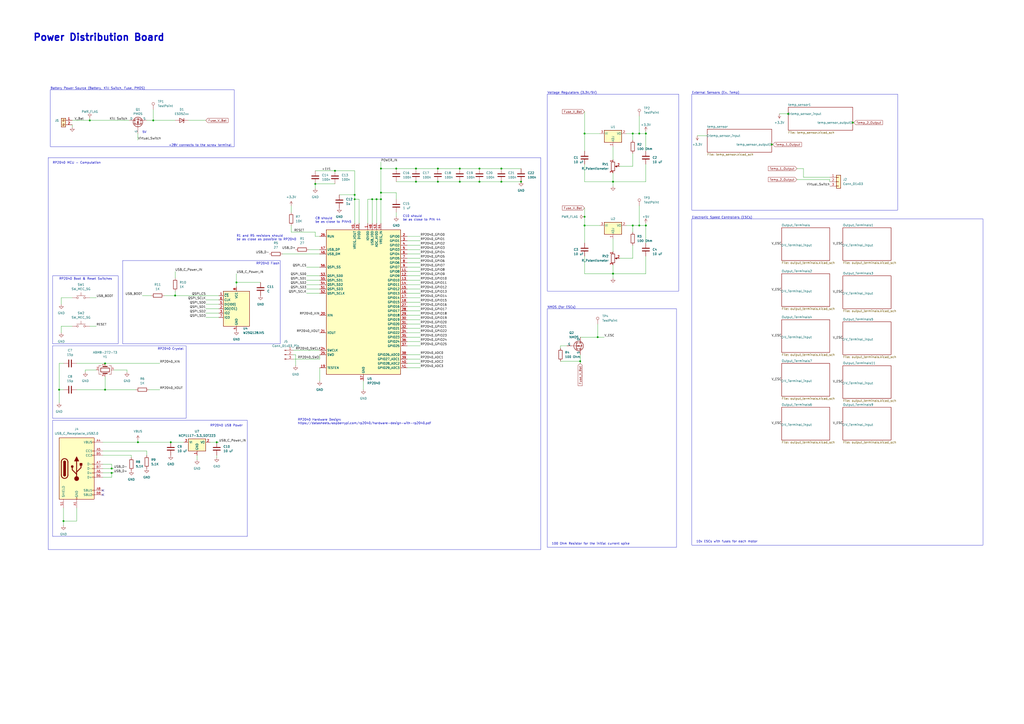
<source format=kicad_sch>
(kicad_sch (version 20230121) (generator eeschema)
  (paper "A2")
  (title_block (title "Power Distribution Board") (date "2024-01-15") (rev "0.3") (company "Underwater Robotics at Berkeley"))
  (junction (at 302.26 105.41))
  (junction (at 457.2 66.04))
  (junction (at 125.73 256.54))
  (junction (at 278.13 105.41))
  (junction (at 52.07 69.85))
  (junction (at 367.03 130.81))
  (junction (at 266.7 97.79))
  (junction (at 367.03 77.47))
  (junction (at 101.6 171.45))
  (junction (at 99.06 256.54))
  (junction (at 355.6 105.41))
  (junction (at 241.3 97.79))
  (junction (at 254 105.41))
  (junction (at 205.74 115.57))
  (junction (at 336.55 209.55))
  (junction (at 34.29 226.06))
  (junction (at 339.09 125.73))
  (junction (at 370.84 77.47))
  (junction (at 220.98 111.76))
  (junction (at 137.16 163.83))
  (junction (at 374.65 130.81))
  (junction (at 355.6 158.75))
  (junction (at 220.98 115.57))
  (junction (at 229.87 97.79))
  (junction (at 346.71 195.58))
  (junction (at 60.96 210.82))
  (junction (at 339.09 130.81))
  (junction (at 36.83 302.26))
  (junction (at 205.74 113.03))
  (junction (at 447.675 83.82))
  (junction (at 220.98 97.79))
  (junction (at 370.84 130.81))
  (junction (at 254 97.79))
  (junction (at 182.88 106.68))
  (junction (at 494.665 71.12))
  (junction (at 290.83 97.79))
  (junction (at 278.13 97.79))
  (junction (at 80.01 256.54))
  (junction (at 218.44 115.57))
  (junction (at 60.96 226.06))
  (junction (at 88.9 69.85))
  (junction (at 64.77 274.32))
  (junction (at 64.77 271.78))
  (junction (at 339.09 77.47))
  (junction (at 215.9 115.57))
  (junction (at 290.83 105.41))
  (junction (at 374.65 77.47))
  (junction (at 241.3 105.41))
  (junction (at 266.7 105.41))
  (junction (at 194.31 99.06))
  (no_connect (at 59.69 284.48))
  (no_connect (at 59.69 287.02))
  (polyline (pts (xy 30.48 200.66) (xy 30.48 242.57)))
  (wire (pts (xy 355.6 100.33) (xy 355.6 105.41)))
  (wire (pts (xy 236.22 213.36) (xy 243.84 213.36)))
  (wire (pts (xy 109.22 69.85) (xy 119.38 69.85)))
  (wire (pts (xy 290.83 97.79) (xy 302.26 97.79)))
  (wire (pts (xy 205.74 99.06) (xy 205.74 113.03)))
  (wire (pts (xy 170.18 203.2) (xy 185.42 203.2)))
  (wire (pts (xy 185.42 208.28) (xy 185.42 205.74)))
  (wire (pts (xy 177.8 160.02) (xy 185.42 160.02)))
  (wire (pts (xy 171.45 205.74) (xy 171.45 212.09)))
  (wire (pts (xy 36.83 302.26) (xy 44.45 302.26)))
  (wire (pts (xy 215.9 115.57) (xy 215.9 129.54)))
  (wire (pts (xy 88.9 69.85) (xy 85.09 69.85)))
  (wire (pts (xy 208.28 115.57) (xy 205.74 115.57)))
  (wire (pts (xy 339.09 77.47) (xy 347.98 77.47)))
  (wire (pts (xy 64.77 269.24) (xy 64.77 271.78)))
  (wire (pts (xy 339.09 105.41) (xy 355.6 105.41)))
  (wire (pts (xy 336.55 195.58) (xy 346.71 195.58)))
  (wire (pts (xy 220.98 115.57) (xy 220.98 111.76)))
  (wire (pts (xy 367.03 81.28) (xy 367.03 77.47)))
  (wire (pts (xy 59.69 264.16) (xy 76.2 264.16)))
  (wire (pts (xy 374.65 130.81) (xy 374.65 140.97)))
  (wire (pts (xy 355.6 158.75) (xy 355.6 161.29)))
  (wire (pts (xy 168.91 134.62) (xy 182.88 134.62)))
  (wire (pts (xy 52.07 68.58) (xy 52.07 69.85)))
  (wire (pts (xy 494.03 71.12) (xy 494.665 71.12)))
  (wire (pts (xy 339.09 130.81) (xy 339.09 140.97)))
  (wire (pts (xy 59.69 269.24) (xy 64.77 269.24)))
  (wire (pts (xy 119.38 181.61) (xy 127 181.61)))
  (wire (pts (xy 59.69 274.32) (xy 64.77 274.32)))
  (wire (pts (xy 236.22 187.96) (xy 243.84 187.96)))
  (wire (pts (xy 236.22 195.58) (xy 243.84 195.58)))
  (wire (pts (xy 236.22 172.72) (xy 243.84 172.72)))
  (wire (pts (xy 59.69 256.54) (xy 80.01 256.54)))
  (wire (pts (xy 355.6 153.67) (xy 355.6 158.75)))
  (wire (pts (xy 177.8 165.1) (xy 185.42 165.1)))
  (wire (pts (xy 346.71 187.96) (xy 346.71 195.58)))
  (wire (pts (xy 370.84 119.38) (xy 370.84 130.81)))
  (wire (pts (xy 101.6 168.91) (xy 101.6 171.45)))
  (wire (pts (xy 35.56 189.23) (xy 41.91 189.23)))
  (wire (pts (xy 80.01 256.54) (xy 99.06 256.54)))
  (wire (pts (xy 210.82 220.98) (xy 210.82 226.06)))
  (wire (pts (xy 367.03 77.47) (xy 370.84 77.47)))
  (wire (pts (xy 236.22 149.86) (xy 243.84 149.86)))
  (wire (pts (xy 236.22 162.56) (xy 243.84 162.56)))
  (wire (pts (xy 325.12 200.66) (xy 328.93 200.66)))
  (wire (pts (xy 236.22 167.64) (xy 243.84 167.64)))
  (wire (pts (xy 208.28 129.54) (xy 208.28 115.57)))
  (wire (pts (xy 218.44 115.57) (xy 215.9 115.57)))
  (wire (pts (xy 236.22 152.4) (xy 243.84 152.4)))
  (wire (pts (xy 266.7 105.41) (xy 278.13 105.41)))
  (wire (pts (xy 254 97.79) (xy 266.7 97.79)))
  (wire (pts (xy 374.65 105.41) (xy 355.6 105.41)))
  (wire (pts (xy 95.25 171.45) (xy 101.6 171.45)))
  (wire (pts (xy 236.22 208.28) (xy 243.84 208.28)))
  (wire (pts (xy 229.87 123.19) (xy 229.87 125.73)))
  (wire (pts (xy 137.16 158.75) (xy 137.16 163.83)))
  (wire (pts (xy 119.38 179.07) (xy 127 179.07)))
  (wire (pts (xy 59.69 261.62) (xy 85.09 261.62)))
  (wire (pts (xy 374.65 77.47) (xy 374.65 87.63)))
  (wire (pts (xy 236.22 154.94) (xy 243.84 154.94)))
  (wire (pts (xy 236.22 182.88) (xy 243.84 182.88)))
  (wire (pts (xy 220.98 93.98) (xy 220.98 97.79)))
  (wire (pts (xy 229.87 105.41) (xy 241.3 105.41)))
  (wire (pts (xy 80.01 255.27) (xy 80.01 256.54)))
  (wire (pts (xy 336.55 209.55) (xy 336.55 205.74)))
  (wire (pts (xy 101.6 157.48) (xy 101.6 161.29)))
  (wire (pts (xy 121.92 256.54) (xy 125.73 256.54)))
  (wire (pts (xy 339.09 130.81) (xy 347.98 130.81)))
  (wire (pts (xy 367.03 149.86) (xy 367.03 142.24)))
  (wire (pts (xy 355.6 85.09) (xy 355.6 92.71)))
  (wire (pts (xy 355.6 105.41) (xy 355.6 107.95)))
  (wire (pts (xy 85.09 261.62) (xy 85.09 264.16)))
  (wire (pts (xy 41.91 69.85) (xy 52.07 69.85)))
  (wire (pts (xy 80.01 81.28) (xy 80.01 77.47)))
  (wire (pts (xy 52.07 172.72) (xy 55.88 172.72)))
  (wire (pts (xy 339.09 158.75) (xy 355.6 158.75)))
  (wire (pts (xy 55.88 214.63) (xy 49.53 214.63)))
  (wire (pts (xy 177.8 167.64) (xy 185.42 167.64)))
  (wire (pts (xy 35.56 172.72) (xy 41.91 172.72)))
  (wire (pts (xy 236.22 193.04) (xy 243.84 193.04)))
  (wire (pts (xy 462.28 104.14) (xy 481.33 104.14)))
  (wire (pts (xy 66.04 214.63) (xy 73.66 214.63)))
  (wire (pts (xy 76.2 264.16) (xy 76.2 265.43)))
  (wire (pts (xy 367.03 134.62) (xy 367.03 130.81)))
  (wire (pts (xy 447.04 83.82) (xy 447.675 83.82)))
  (wire (pts (xy 44.45 226.06) (xy 60.96 226.06)))
  (wire (pts (xy 177.8 162.56) (xy 185.42 162.56)))
  (wire (pts (xy 374.65 76.2) (xy 374.65 77.47)))
  (wire (pts (xy 179.07 144.78) (xy 185.42 144.78)))
  (wire (pts (xy 374.65 95.25) (xy 374.65 105.41)))
  (wire (pts (xy 339.09 95.25) (xy 339.09 105.41)))
  (wire (pts (xy 220.98 97.79) (xy 229.87 97.79)))
  (wire (pts (xy 236.22 165.1) (xy 243.84 165.1)))
  (wire (pts (xy 168.91 119.38) (xy 168.91 123.19)))
  (wire (pts (xy 119.38 184.15) (xy 127 184.15)))
  (wire (pts (xy 236.22 200.66) (xy 243.84 200.66)))
  (wire (pts (xy 236.22 157.48) (xy 243.84 157.48)))
  (wire (pts (xy 205.74 115.57) (xy 205.74 129.54)))
  (wire (pts (xy 34.29 226.06) (xy 36.83 226.06)))
  (wire (pts (xy 218.44 129.54) (xy 218.44 115.57)))
  (wire (pts (xy 325.12 200.66) (xy 325.12 201.93)))
  (wire (pts (xy 359.41 96.52) (xy 367.03 96.52)))
  (wire (pts (xy 236.22 144.78) (xy 243.84 144.78)))
  (wire (pts (xy 114.3 266.7) (xy 114.3 264.16)))
  (wire (pts (xy 374.65 129.54) (xy 374.65 130.81)))
  (wire (pts (xy 336.55 210.82) (xy 336.55 209.55)))
  (wire (pts (xy 213.36 129.54) (xy 213.36 115.57)))
  (wire (pts (xy 367.03 130.81) (xy 370.84 130.81)))
  (wire (pts (xy 254 105.41) (xy 266.7 105.41)))
  (wire (pts (xy 370.84 130.81) (xy 374.65 130.81)))
  (wire (pts (xy 236.22 137.16) (xy 243.84 137.16)))
  (wire (pts (xy 177.8 154.94) (xy 185.42 154.94)))
  (wire (pts (xy 60.96 210.82) (xy 92.71 210.82)))
  (wire (pts (xy 339.09 120.65) (xy 339.09 125.73)))
  (wire (pts (xy 41.91 73.66) (xy 41.91 72.39)))
  (wire (pts (xy 236.22 142.24) (xy 243.84 142.24)))
  (wire (pts (xy 236.22 170.18) (xy 243.84 170.18)))
  (wire (pts (xy 101.6 171.45) (xy 127 171.45)))
  (wire (pts (xy 163.83 147.32) (xy 185.42 147.32)))
  (wire (pts (xy 447.675 83.82) (xy 448.31 83.82)))
  (wire (pts (xy 236.22 198.12) (xy 243.84 198.12)))
  (wire (pts (xy 52.07 189.23) (xy 55.88 189.23)))
  (wire (pts (xy 241.3 97.79) (xy 254 97.79)))
  (wire (pts (xy 359.41 149.86) (xy 367.03 149.86)))
  (wire (pts (xy 404.495 78.74) (xy 410.21 78.74)))
  (wire (pts (xy 374.65 158.75) (xy 355.6 158.75)))
  (wire (pts (xy 236.22 160.02) (xy 243.84 160.02)))
  (wire (pts (xy 205.74 113.03) (xy 205.74 115.57)))
  (polyline (pts (xy 107.95 200.66) (xy 107.95 242.57)))
  (wire (pts (xy 374.65 148.59) (xy 374.65 158.75)))
  (wire (pts (xy 370.84 77.47) (xy 374.65 77.47)))
  (wire (pts (xy 494.665 71.12) (xy 495.3 71.12)))
  (wire (pts (xy 36.83 302.26) (xy 36.83 304.8)))
  (wire (pts (xy 236.22 147.32) (xy 243.84 147.32)))
  (wire (pts (xy 73.66 214.63) (xy 73.66 215.9)))
  (wire (pts (xy 64.77 274.32) (xy 64.77 276.86)))
  (wire (pts (xy 182.88 99.06) (xy 194.31 99.06)))
  (wire (pts (xy 236.22 177.8) (xy 243.84 177.8)))
  (wire (pts (xy 182.88 106.68) (xy 182.88 109.22)))
  (wire (pts (xy 220.98 115.57) (xy 218.44 115.57)))
  (wire (pts (xy 325.12 209.55) (xy 336.55 209.55)))
  (wire (pts (xy 52.07 69.85) (xy 74.93 69.85)))
  (wire (pts (xy 466.09 97.79) (xy 466.09 102.87)))
  (wire (pts (xy 182.88 137.16) (xy 182.88 134.62)))
  (wire (pts (xy 220.98 111.76) (xy 229.87 111.76)))
  (wire (pts (xy 452.12 66.04) (xy 457.2 66.04)))
  (wire (pts (xy 462.28 97.79) (xy 466.09 97.79)))
  (wire (pts (xy 137.16 163.83) (xy 151.13 163.83)))
  (wire (pts (xy 99.06 256.54) (xy 106.68 256.54)))
  (wire (pts (xy 220.98 129.54) (xy 220.98 115.57)))
  (wire (pts (xy 35.56 172.72) (xy 35.56 176.53)))
  (wire (pts (xy 119.38 173.99) (xy 127 173.99)))
  (wire (pts (xy 88.9 63.5) (xy 88.9 69.85)))
  (wire (pts (xy 236.22 210.82) (xy 243.84 210.82)))
  (wire (pts (xy 236.22 190.5) (xy 243.84 190.5)))
  (wire (pts (xy 137.16 163.83) (xy 137.16 166.37)))
  (wire (pts (xy 49.53 214.63) (xy 49.53 215.9)))
  (wire (pts (xy 182.88 106.68) (xy 194.31 106.68)))
  (wire (pts (xy 290.83 105.41) (xy 302.26 105.41)))
  (wire (pts (xy 44.45 210.82) (xy 60.96 210.82)))
  (wire (pts (xy 196.85 113.03) (xy 205.74 113.03)))
  (wire (pts (xy 119.38 176.53) (xy 127 176.53)))
  (wire (pts (xy 278.13 97.79) (xy 290.83 97.79)))
  (wire (pts (xy 168.91 130.81) (xy 168.91 134.62)))
  (wire (pts (xy 266.7 97.79) (xy 278.13 97.79)))
  (wire (pts (xy 363.22 130.81) (xy 367.03 130.81)))
  (wire (pts (xy 44.45 302.26) (xy 44.45 294.64)))
  (wire (pts (xy 194.31 99.06) (xy 205.74 99.06)))
  (wire (pts (xy 86.36 226.06) (xy 92.71 226.06)))
  (wire (pts (xy 229.87 97.79) (xy 241.3 97.79)))
  (wire (pts (xy 278.13 105.41) (xy 290.83 105.41)))
  (wire (pts (xy 170.18 208.28) (xy 185.42 208.28)))
  (wire (pts (xy 339.09 148.59) (xy 339.09 158.75)))
  (polyline (pts (xy 107.95 242.57) (xy 30.48 242.57)))
  (wire (pts (xy 88.9 69.85) (xy 101.6 69.85)))
  (wire (pts (xy 36.83 210.82) (xy 34.29 210.82)))
  (wire (pts (xy 236.22 180.34) (xy 243.84 180.34)))
  (wire (pts (xy 60.96 226.06) (xy 78.74 226.06)))
  (wire (pts (xy 355.6 138.43) (xy 355.6 146.05)))
  (wire (pts (xy 64.77 271.78) (xy 66.04 271.78)))
  (wire (pts (xy 185.42 213.36) (xy 185.42 220.98)))
  (wire (pts (xy 236.22 139.7) (xy 243.84 139.7)))
  (wire (pts (xy 339.09 77.47) (xy 339.09 87.63)))
  (wire (pts (xy 457.2 66.04) (xy 457.835 66.04)))
  (wire (pts (xy 236.22 175.26) (xy 243.84 175.26)))
  (wire (pts (xy 34.29 210.82) (xy 34.29 226.06)))
  (wire (pts (xy 346.71 195.58) (xy 350.52 195.58)))
  (wire (pts (xy 36.83 294.64) (xy 36.83 302.26)))
  (wire (pts (xy 185.42 137.16) (xy 182.88 137.16)))
  (wire (pts (xy 60.96 218.44) (xy 60.96 226.06)))
  (wire (pts (xy 466.09 102.87) (xy 481.33 102.87)))
  (wire (pts (xy 34.29 226.06) (xy 34.29 233.68)))
  (wire (pts (xy 213.36 115.57) (xy 215.9 115.57)))
  (wire (pts (xy 82.55 171.45) (xy 87.63 171.45)))
  (wire (pts (xy 125.73 256.54) (xy 127 256.54)))
  (wire (pts (xy 241.3 105.41) (xy 254 105.41)))
  (wire (pts (xy 236.22 205.74) (xy 243.84 205.74)))
  (wire (pts (xy 220.98 97.79) (xy 220.98 111.76)))
  (wire (pts (xy 363.22 77.47) (xy 367.03 77.47)))
  (wire (pts (xy 125.73 265.43) (xy 125.73 264.16)))
  (wire (pts (xy 370.84 67.31) (xy 370.84 77.47)))
  (wire (pts (xy 229.87 111.76) (xy 229.87 115.57)))
  (wire (pts (xy 367.03 96.52) (xy 367.03 88.9)))
  (wire (pts (xy 481.33 104.14) (xy 481.33 105.41)))
  (wire (pts (xy 177.8 170.18) (xy 185.42 170.18)))
  (wire (pts (xy 64.77 274.32) (xy 66.04 274.32)))
  (wire (pts (xy 35.56 189.23) (xy 35.56 193.04)))
  (wire (pts (xy 170.18 205.74) (xy 171.45 205.74)))
  (wire (pts (xy 64.77 271.78) (xy 59.69 271.78)))
  (wire (pts (xy 339.09 64.77) (xy 339.09 77.47)))
  (wire (pts (xy 236.22 185.42) (xy 243.84 185.42)))
  (wire (pts (xy 339.09 125.73) (xy 339.09 130.81)))
  (polyline (pts (xy 30.48 200.66) (xy 107.95 200.66)))
  (wire (pts (xy 59.69 276.86) (xy 64.77 276.86)))
  (rectangle (start 317.5 54.61) (end 393.7 168.91))
  (rectangle (start 317.5 179.07) (end 392.43 317.5))
  (rectangle (start 401.32 54.61) (end 520.7 121.92))
  (rectangle (start 71.12 151.13) (end 162.56 199.39))
  (rectangle (start 30.48 160.02) (end 68.58 199.39))
  (rectangle (start 29.21 52.07) (end 135.89 85.09))
  (rectangle (start 30.48 243.84) (end 143.51 311.15))
  (rectangle (start 27.94 91.44) (end 313.69 318.77))
  (rectangle (start 401.32 127) (end 570.23 316.23))
  (text "Battery Power Source (Battery, Kill Switch, Fuse, PMOS)" (at 29.21 52.07 0) (effects (font (size 1.27 1.27)) (justify left bottom)))
  (text "Electronic Speed Controllers (ESCs)" (at 401.32 127 0) (effects (font (size 1.27 1.27)) (justify left bottom)))
  (text "RP2040 Boot & Reset Switches\n" (at 34.29 162.56 0) (effects (font (size 1.27 1.27)) (justify left bottom)))
  (text "RP2040 USB Power\n" (at 121.92 247.65 0) (effects (font (size 1.27 1.27)) (justify left bottom)))
  (text "RP2040 Hardware Design: \nhttps://datasheets.raspberrypi.com/rp2040/hardware-design-with-rp2040.pdf" (at 172.72 246.38 0) (effects (font (size 1.27 1.27)) (justify left bottom)))
  (text "5V\n" (at 82.55 77.47 0) (effects (font (size 1.27 1.27)) (justify left bottom)))
  (text "NMOS (for ESCs)" (at 317.5 179.07 0) (effects (font (size 1.27 1.27)) (justify left bottom)))
  (text "10x ESCs with fuses for each motor" (at 403.86 314.96 0) (effects (font (size 1.27 1.27)) (justify left bottom)))
  (text "Voltage Regulators (3.3V/5V)" (at 317.5 54.61 0) (effects (font (size 1.27 1.27)) (justify left bottom)))
  (text "C10 should \nbe as close to PIN 44\n" (at 233.68 128.27 0) (effects (font (size 1.27 1.27)) (justify left bottom)))
  (text "+28V connects to the screw terminal" (at 97.79 85.09 0) (effects (font (size 1.27 1.27)) (justify left bottom)))
  (text "RP2040 Crystal\n" (at 91.44 203.2 0) (effects (font (size 1.27 1.27)) (justify left bottom)))
  (text "RP2040 MCU - Computation\n" (at 30.48 95.25 0) (effects (font (size 1.27 1.27)) (justify left bottom)))
  (text "RP2040 Flash\n" (at 148.59 153.67 0) (effects (font (size 1.27 1.27)) (justify left bottom)))
  (text "R1 and R5 resistors should \nbe as close as possible to RP2040\n" (at 137.16 139.7 0) (effects (font (size 1.27 1.27)) (justify left bottom)))
  (text "Power Distribution Board" (at 19.05 24.13 0) (effects (font (size 4 4) (thickness 0.8) bold) (justify left bottom)))
  (text "100 Ohm Resistor for the initial current spike\n" (at 320.04 316.23 0) (effects (font (size 1.27 1.27)) (justify left bottom)))
  (text "External Sensors (Ex. Temp)" (at 401.32 54.61 0) (effects (font (size 1.27 1.27)) (justify left bottom)))
  (text "C8 should \nbe as close to PIN45\n" (at 182.88 129.54 0) (effects (font (size 1.27 1.27)) (justify left bottom)))
  (label "RP2040_GPIO13" (at 243.84 170.18 0))
  (label "RP2040_GPIO20" (at 243.84 187.96 0))
  (label "V_ESC" (at 453.39 246.38 180))
  (label "V_ESC" (at 488.95 142.24 180))
  (label "RP2040_SWCLK" (at 171.45 203.2 0))
  (label "USB_C_Power_IN" (at 127 256.54 0))
  (label "RP2040_GPIO4" (at 243.84 147.32 0))
  (label "QSPI_CS" (at 119.38 171.45 180))
  (label "RP2040_GPIO24" (at 243.84 198.12 0))
  (label "V_ESC" (at 453.39 142.24 180))
  (label "RP2040_GPIO25" (at 243.84 200.66 0))
  (label "RP2040_ADC1" (at 243.84 208.28 0))
  (label "V_ESC" (at 488.95 196.85 180))
  (label "QSPI_SD2" (at 119.38 181.61 180))
  (label "QSPI_SCLK" (at 177.8 170.18 180))
  (label "USB_D-" (at 156.21 147.32 180))
  (label "RP2040_XIN" (at 185.42 182.88 180))
  (label "USB_C_Power_IN" (at 101.6 157.48 0))
  (label "RP2040_GPIO15" (at 243.84 175.26 0))
  (label "RP2040_GPIO19" (at 243.84 185.42 0))
  (label "RP2040_GPIO23" (at 243.84 195.58 0))
  (label "USB_D+" (at 171.45 144.78 180))
  (label "RP2040_GPIO10" (at 243.84 162.56 0))
  (label "V_ESC" (at 453.39 168.91 180))
  (label "Kill Switch" (at 63.5 69.85 0))
  (label "RP2040_GPIO14" (at 243.84 172.72 0))
  (label "RP2040_XIN" (at 92.71 210.82 0))
  (label "RP2040_GPIO17" (at 243.84 180.34 0))
  (label "USB_BOOT" (at 55.88 172.72 0))
  (label "RESET" (at 176.53 134.62 180))
  (label "RP2040_GPIO6" (at 243.84 152.4 0))
  (label "RP2040_ADC0" (at 243.84 205.74 0))
  (label "+1V1" (at 186.69 99.06 0))
  (label "RP2040_GPIO9" (at 243.84 160.02 0))
  (label "POWER_IN" (at 220.98 93.98 0))
  (label "RP2040_GPIO2" (at 243.84 142.24 0))
  (label "USB_BOOT" (at 82.55 171.45 180))
  (label "V_ESC" (at 350.52 195.58 0))
  (label "RP2040_GPIO22" (at 243.84 193.04 0))
  (label "RP2040_ADC3" (at 243.84 213.36 0))
  (label "V_ESC" (at 488.95 170.18 180))
  (label "RP2040_XOUT" (at 185.42 193.04 180))
  (label "RESET" (at 55.88 189.23 0))
  (label "USB_D+" (at 66.04 274.32 0))
  (label "QSPI_SD0" (at 119.38 176.53 180))
  (label "RP2040_GPIO5" (at 243.84 149.86 0))
  (label "Virtual_Switch" (at 481.33 107.95 180))
  (label "RP2040_SWD" (at 172.72 208.28 0))
  (label "USB_C_Power_IN" (at 137.16 158.75 0))
  (label "RP2040_ADC2" (at 243.84 210.82 0))
  (label "QSPI_CS" (at 177.8 154.94 180))
  (label "QSPI_SD3" (at 177.8 167.64 180))
  (label "V_Bat" (at 43.18 69.85 0))
  (label "QSPI_SD0" (at 177.8 160.02 180))
  (label "QSPI_SD3" (at 119.38 184.15 180))
  (label "RP2040_GPIO11" (at 243.84 165.1 0))
  (label "Virtual_Switch" (at 80.01 81.28 0))
  (label "V_ESC" (at 453.39 195.58 180))
  (label "RP2040_GPIO0" (at 243.84 137.16 0))
  (label "V_ESC" (at 453.39 220.98 180))
  (label "V_ESC" (at 488.95 222.25 180))
  (label "RP2040_GPIO12" (at 243.84 167.64 0))
  (label "QSPI_SD1" (at 177.8 162.56 180))
  (label "V_ESC" (at 488.95 246.38 180))
  (label "RP2040_GPIO16" (at 243.84 177.8 0))
  (label "RP2040_XOUT" (at 92.71 226.06 0))
  (label "RP2040_GPIO7" (at 243.84 154.94 0))
  (label "QSPI_SCLK" (at 119.38 173.99 180))
  (label "USB_D-" (at 66.04 271.78 0))
  (label "RP2040_GPIO18" (at 243.84 182.88 0))
  (label "QSPI_SD1" (at 119.38 179.07 180))
  (label "RP2040_GPIO3" (at 243.84 144.78 0))
  (label "RP2040_GPIO21" (at 243.84 190.5 0))
  (label "RP2040_GPIO8" (at 243.84 157.48 0))
  (label "QSPI_SD2" (at 177.8 165.1 180))
  (label "RP2040_GPIO1" (at 243.84 139.7 0))
  (global_label "Fuse_V_Bat" (shape input) (at 336.55 210.82 270) (property "Intersheetrefs" "${INTERSHEET_REFS}" (effects hide)))
  (global_label "Fuse_V_Bat" (shape input) (at 339.09 64.77 180) (property "Intersheetrefs" "${INTERSHEET_REFS}" (effects hide)))
  (global_label "Temp_2_Output" (shape input) (at 495.3 71.12 0) (property "Intersheetrefs" "${INTERSHEET_REFS}" (effects hide)))
  (global_label "Temp_1_Output" (shape input) (at 462.28 97.79 180) (property "Intersheetrefs" "${INTERSHEET_REFS}" (effects hide)))
  (global_label "Temp_2_Output" (shape input) (at 462.28 104.14 180) (property "Intersheetrefs" "${INTERSHEET_REFS}" (effects hide)))
  (global_label "Fuse_V_Bat" (shape input) (at 339.09 120.65 180) (property "Intersheetrefs" "${INTERSHEET_REFS}" (effects hide)))
  (global_label "Fuse_V_Bat" (shape input) (at 119.38 69.85 0) (property "Intersheetrefs" "${INTERSHEET_REFS}" (effects hide)))
  (global_label "Temp_1_Output" (shape input) (at 448.31 83.82 0) (property "Intersheetrefs" "${INTERSHEET_REFS}" (effects hide)))
  (symbol (lib_id "power:VBUS") (at 80.01 255.27 0) (unit 1)
    (property "Reference" "#PWR031" (effects hide))
    (property "Value" "VBUS" (at 80.01 250.19 0))
  )
  (symbol (lib_id "Device:R") (at 101.6 165.1 0) (unit 1)
    (property "Reference" "R10" (at 104.14 163.83 0) (effects (justify left)))
    (property "Value" "1K" (at 104.14 166.37 0) (effects (justify left)))
  )
  (symbol (lib_id "power:GND") (at 35.56 193.04 0) (unit 1)
    (property "Reference" "#PWR013" (effects hide))
    (property "Value" "GND" (at 35.56 198.12 0))
  )
  (symbol (lib_id "power:GND") (at 49.53 215.9 0) (unit 1)
    (property "Reference" "#PWR014" (effects hide))
    (property "Value" "GND" (at 49.53 220.98 0))
  )
  (symbol (lib_id "power:GND") (at 85.09 271.78 0) (unit 1)
    (property "Reference" "#PWR043" (effects hide))
    (property "Value" "GND" (at 85.09 276.86 0))
  )
  (symbol (lib_id "Simulation_SPICE:NMOS") (at 334.01 200.66 0) (unit 1)
    (property "Reference" "Q2" (at 330.2 193.04 0) (effects (justify left)))
    (property "Value" "NMOS" (at 330.2 195.58 0) (effects (justify left)))
    (property "Footprint" "Package_TO_SOT_SMD:TO-252-2" (effects hide))
    (property "Datasheet" "https://ngspice.sourceforge.io/docs/ngspice-manual.pdf" (effects hide))
    (property "Sim.Device" "NMOS" (effects hide))
    (property "Sim.Type" "VDMOS" (effects hide))
    (property "Sim.Pins" "1=D 2=G 3=S" (effects hide))
  )
  (symbol (lib_id "Device:C") (at 151.13 167.64 0) (unit 1)
    (property "Reference" "C11" (at 154.94 166.37 0) (effects (justify left)))
    (property "Value" "C" (at 154.94 168.91 0) (effects (justify left)))
  )
  (symbol (lib_id "Device:R") (at 175.26 144.78 90) (unit 1)
    (property "Reference" "R1" (at 175.26 138.43 90))
    (property "Value" "27" (at 175.26 140.97 90))
  )
  (symbol (lib_id "Device:C") (at 278.13 101.6 0) (unit 1)
    (property "Reference" "C20" (at 281.94 100.33 0) (effects (justify left)))
    (property "Value" "100n" (at 281.94 102.87 0) (effects (justify left)))
  )
  (symbol (lib_id "power:GND") (at 151.13 171.45 0) (unit 1)
    (property "Reference" "#PWR035" (effects hide))
    (property "Value" "GND" (at 151.13 176.53 0))
  )
  (symbol (lib_id "Switch:SW_MEC_5G") (at 46.99 189.23 0) (unit 1)
    (property "Reference" "SW2" (at 46.99 181.61 0))
    (property "Value" "SW_MEC_5G" (at 46.99 184.15 0))
    (property "Datasheet" "http://www.apem.com/int/index.php?controller=attachment&id_attachment=488" (effects hide))
  )
  (symbol (lib_id "power:GND") (at 196.85 120.65 0) (unit 1)
    (property "Reference" "#PWR037" (effects hide))
    (property "Value" "GND" (at 196.85 125.73 0))
  )
  (symbol (lib_id "Device:C") (at 241.3 101.6 0) (unit 1)
    (property "Reference" "C17" (at 245.11 100.33 0) (effects (justify left)))
    (property "Value" "100n" (at 245.11 102.87 0) (effects (justify left)))
  )
  (symbol (lib_id "Device:C") (at 266.7 101.6 0) (unit 1)
    (property "Reference" "C19" (at 270.51 100.33 0) (effects (justify left)))
    (property "Value" "100n" (at 270.51 102.87 0) (effects (justify left)))
  )
  (symbol (lib_id "power:+3.3V") (at 374.65 76.2 0) (unit 1)
    (property "Reference" "#PWR03" (effects hide))
    (property "Value" "+3.3V" (at 374.65 72.39 0))
  )
  (symbol (lib_id "power:+5V") (at 374.65 129.54 0) (unit 1)
    (property "Reference" "#PWR07" (effects hide))
    (property "Value" "+5V" (at 374.65 125.73 0))
  )
  (symbol (lib_id "power:GND") (at 41.91 73.66 0) (unit 1)
    (property "Reference" "#PWR011" (effects hide))
    (property "Value" "GND" (effects hide))
  )
  (symbol (lib_id "Device:C") (at 374.65 91.44 0) (unit 1)
    (property "Reference" "C2" (at 378.46 91.44 0) (effects (justify left)))
    (property "Value" "10 uF" (at 378.46 93.98 0) (effects (justify left)))
    (property "Footprint" "Capacitor_SMD:C_0805_2012Metric" (effects hide))
  )
  (symbol (lib_id "Device:R") (at 85.09 267.97 0) (unit 1)
    (property "Reference" "R9" (at 87.63 266.7 0) (effects (justify left)))
    (property "Value" "5.1K" (at 87.63 269.24 0) (effects (justify left)))
  )
  (symbol (lib_id "power:GND") (at 137.16 191.77 0) (unit 1)
    (property "Reference" "#PWR036" (effects hide))
    (property "Value" "GND" (at 137.16 196.85 0))
  )
  (symbol (lib_id "Connector_Generic:Conn_01x03") (at 486.41 105.41 0) (unit 1)
    (property "Reference" "J2" (at 488.95 104.14 0) (effects (justify left)))
    (property "Value" "Conn_01x03" (at 488.95 106.68 0) (effects (justify left)))
    (property "Footprint" "3Connector:CON3_1X3_TU_SLW_SAI" (effects hide))
  )
  (symbol (lib_id "Connector:USB_C_Receptacle_USB2.0") (at 44.45 271.78 0) (unit 1)
    (property "Reference" "J4" (at 44.45 248.92 0))
    (property "Value" "USB_C_Receptacle_USB2.0" (at 44.45 251.46 0))
    (property "Datasheet" "https://www.usb.org/sites/default/files/documents/usb_type-c.zip" (effects hide))
  )
  (symbol (lib_id "Device:R_Potentiometer") (at 355.6 149.86 0) (unit 1)
    (property "Reference" "RV2" (at 353.06 148.59 0) (effects (justify right)))
    (property "Value" "R_Potentiometer" (at 353.06 151.13 0) (effects (justify right)))
    (property "Footprint" "PTV:PTV09A-4015F-B104_BRN" (effects hide))
  )
  (symbol (lib_id "power:PWR_FLAG") (at 52.07 68.58 0) (mirror y) (unit 1)
    (property "Reference" "#FLG01" (effects hide))
    (property "Value" "PWR_FLAG" (at 52.07 64.77 0))
  )
  (symbol (lib_id "Device:C") (at 196.85 116.84 0) (unit 1)
    (property "Reference" "C12" (at 200.66 115.57 0) (effects (justify left)))
    (property "Value" "1u" (at 200.66 118.11 0) (effects (justify left)))
  )
  (symbol (lib_id "Device:C") (at 182.88 102.87 0) (unit 1)
    (property "Reference" "C14" (at 186.69 101.6 0) (effects (justify left)))
    (property "Value" "100n" (at 186.69 104.14 0) (effects (justify left)))
  )
  (symbol (lib_id "Device:R_Potentiometer") (at 355.6 96.52 0) (unit 1)
    (property "Reference" "RV1" (at 353.06 95.25 0) (effects (justify right)))
    (property "Value" "R_Potentiometer" (at 353.06 97.79 0) (effects (justify right)))
    (property "Footprint" "PTV:PTV09A-4015F-B104_BRN" (effects hide))
  )
  (symbol (lib_id "Connector:TestPoint") (at 88.9 63.5 0) (unit 1)
    (property "Reference" "TP1" (at 91.44 58.928 0) (effects (justify left)))
    (property "Value" "TestPoint" (at 91.44 61.468 0) (effects (justify left)))
    (property "Footprint" "TestPoint:TestPoint_Keystone_5005-5009_Compact" (effects hide))
  )
  (symbol (lib_id "Device:R") (at 76.2 269.24 0) (unit 1)
    (property "Reference" "R8" (at 78.74 267.97 0) (effects (justify left)))
    (property "Value" "5.1K" (at 78.74 270.51 0) (effects (justify left)))
  )
  (symbol (lib_id "power:+3.3V") (at 404.495 78.74 180) (unit 1)
    (property "Reference" "#PWR08" (effects hide))
    (property "Value" "+3.3V" (at 404.495 83.82 0))
  )
  (symbol (lib_id "power:GND") (at 35.56 176.53 0) (unit 1)
    (property "Reference" "#PWR010" (effects hide))
    (property "Value" "GND" (at 35.56 181.61 0))
  )
  (symbol (lib_id "Device:C") (at 374.65 144.78 0) (unit 1)
    (property "Reference" "C4" (at 378.46 144.78 0) (effects (justify left)))
    (property "Value" "10 uF" (at 378.46 147.32 0) (effects (justify left)))
    (property "Footprint" "Capacitor_SMD:C_0805_2012Metric" (effects hide))
  )
  (symbol (lib_id "Connector:Screw_Terminal_01x02") (at 36.83 69.85 0) (mirror y) (unit 1)
    (property "Reference" "J1" (at 34.29 69.85 0) (effects (justify left)))
    (property "Value" "Screw_Terminal_01x02" (effects hide))
    (property "Footprint" "TerminalBlock:TerminalBlock_Wuerth_691311400102_P7.62mm" (effects hide))
  )
  (symbol (lib_id "Device:R") (at 91.44 171.45 90) (unit 1)
    (property "Reference" "R11" (at 91.44 165.1 90))
    (property "Value" "1K" (at 91.44 167.64 90))
  )
  (symbol (lib_id "Connector:Conn_01x03_Pin") (at 165.1 205.74 0) (unit 1)
    (property "Reference" "J5" (at 165.735 198.12 0))
    (property "Value" "Conn_01x03_Pin" (at 165.735 200.66 0))
  )
  (symbol (lib_id "power:PWR_FLAG") (at 339.09 125.73 90) (unit 1)
    (property "Reference" "#FLG02" (effects hide))
    (property "Value" "PWR_FLAG" (at 335.28 125.73 90) (effects (justify left)))
  )
  (symbol (lib_id "Device:C") (at 339.09 144.78 0) (unit 1)
    (property "Reference" "C3" (at 332.74 144.78 0) (effects (justify left)))
    (property "Value" "10 uF" (at 332.74 147.32 0) (effects (justify left)))
    (property "Footprint" "Capacitor_SMD:C_0805_2012Metric" (effects hide))
  )
  (symbol (lib_id "Regulator_Linear:NCP1117-3.3_SOT223") (at 114.3 256.54 0) (unit 1)
    (property "Reference" "U7" (at 114.3 250.19 0))
    (property "Value" "NCP1117-3.3_SOT223" (at 114.3 252.73 0))
    (property "Footprint" "Package_TO_SOT_SMD:SOT-223-3_TabPin2" (effects hide))
    (property "Datasheet" "http://www.onsemi.com/pub_link/Collateral/NCP1117-D.PDF" (effects hide))
  )
  (symbol (lib_id "Device:R") (at 160.02 147.32 90) (unit 1)
    (property "Reference" "R5" (at 160.02 140.97 90))
    (property "Value" "27" (at 160.02 143.51 90))
  )
  (symbol (lib_id "Device:R") (at 325.12 205.74 0) (unit 1)
    (property "Reference" "R4" (at 327.66 204.47 0) (effects (justify left)))
    (property "Value" "100 Ohm" (at 327.66 207.01 0) (effects (justify left)))
    (property "Footprint" "Resistor_SMD:R_0805_2012Metric" (effects hide))
  )
  (symbol (lib_id "Device:R") (at 82.55 226.06 90) (unit 1)
    (property "Reference" "R6" (at 82.55 219.71 90))
    (property "Value" "1K" (at 82.55 222.25 90))
  )
  (symbol (lib_id "Device:R") (at 168.91 127 0) (unit 1)
    (property "Reference" "R7" (at 171.45 125.73 0) (effects (justify left)))
    (property "Value" "10K" (at 171.45 128.27 0) (effects (justify left)))
  )
  (symbol (lib_id "Device:C") (at 302.26 101.6 0) (unit 1)
    (property "Reference" "C22" (at 306.07 100.33 0) (effects (justify left)))
    (property "Value" "100n" (at 306.07 102.87 0) (effects (justify left)))
  )
  (symbol (lib_id "Connector:TestPoint") (at 346.71 187.96 0) (unit 1)
    (property "Reference" "TP4" (at 349.25 183.388 0) (effects (justify left)))
    (property "Value" "TestPoint" (at 349.25 185.928 0) (effects (justify left)))
    (property "Footprint" "TestPoint:TestPoint_Keystone_5005-5009_Compact" (effects hide))
  )
  (symbol (lib_id "Device:R") (at 367.03 138.43 0) (unit 1)
    (property "Reference" "R3" (at 369.57 137.16 0) (effects (justify left)))
    (property "Value" "100 Ohm" (at 369.57 139.7 0) (effects (justify left)))
    (property "Footprint" "Resistor_SMD:R_0805_2012Metric" (effects hide))
  )
  (symbol (lib_id "Device:C") (at 99.06 260.35 0) (unit 1)
    (property "Reference" "C9" (at 102.87 259.08 0) (effects (justify left)))
    (property "Value" "10 uF" (at 102.87 261.62 0) (effects (justify left)))
  )
  (symbol (lib_id "power:GND") (at 171.45 212.09 0) (unit 1)
    (property "Reference" "#PWR041" (effects hide))
    (property "Value" "GND" (at 171.45 217.17 0))
  )
  (symbol (lib_id "power:GND") (at 185.42 220.98 0) (unit 1)
    (property "Reference" "#PWR019" (effects hide))
    (property "Value" "GND" (at 185.42 226.06 0))
  )
  (symbol (lib_id "Memory_Flash:W25Q128JVS") (at 137.16 179.07 0) (unit 1)
    (property "Reference" "U4" (at 140.97 190.5 0) (effects (justify left)))
    (property "Value" "W25Q128JVS" (at 140.97 193.04 0) (effects (justify left)))
    (property "Footprint" "Package_SO:SOIC-8_5.23x5.23mm_P1.27mm" (effects hide))
    (property "Datasheet" "http://www.winbond.com/resource-files/w25q128jv_dtr%20revc%2003272018%20plus.pdf" (effects hide))
  )
  (symbol (lib_id "power:GND") (at 99.06 264.16 0) (unit 1)
    (property "Reference" "#PWR030" (effects hide))
    (property "Value" "GND" (at 99.06 269.24 0))
  )
  (symbol (lib_id "Device:C") (at 290.83 101.6 0) (unit 1)
    (property "Reference" "C21" (at 294.64 100.33 0) (effects (justify left)))
    (property "Value" "100n" (at 294.64 102.87 0) (effects (justify left)))
  )
  (symbol (lib_id "power:GND") (at 210.82 226.06 0) (unit 1)
    (property "Reference" "#PWR018" (effects hide))
    (property "Value" "GND" (at 210.82 231.14 0))
  )
  (symbol (lib_id "Simulation_SPICE:PMOS") (at 80.01 72.39 90) (unit 1)
    (property "Reference" "Q1" (at 80.01 63.5 90))
    (property "Value" "PMOS" (at 80.01 66.04 90))
    (property "Footprint" "Package_TO_SOT_SMD:TO-252-2" (effects hide))
    (property "Datasheet" "https://ngspice.sourceforge.io/docs/ngspice-manual.pdf" (effects hide))
    (property "Sim.Device" "PMOS" (effects hide))
    (property "Sim.Type" "VDMOS" (effects hide))
    (property "Sim.Pins" "1=D 2=G 3=S" (effects hide))
  )
  (symbol (lib_id "Device:C") (at 229.87 119.38 0) (unit 1)
    (property "Reference" "C15" (at 233.68 118.11 0) (effects (justify left)))
    (property "Value" "1 uF" (at 233.68 120.65 0) (effects (justify left)))
  )
  (symbol (lib_id "power:GND") (at 76.2 273.05 0) (unit 1)
    (property "Reference" "#PWR042" (effects hide))
    (property "Value" "GND" (at 76.2 278.13 0))
  )
  (symbol (lib_id "power:GND") (at 355.6 161.29 0) (unit 1)
    (property "Reference" "#PWR05" (effects hide))
    (property "Value" "GND" (effects hide))
  )
  (symbol (lib_id "Device:C") (at 254 101.6 0) (unit 1)
    (property "Reference" "C18" (at 257.81 100.33 0) (effects (justify left)))
    (property "Value" "100n" (at 257.81 102.87 0) (effects (justify left)))
  )
  (symbol (lib_id "Regulator_Linear:LM1085-ADJ") (at 355.6 77.47 0) (unit 1)
    (property "Reference" "U1" (at 355.6 73.66 0))
    (property "Value" "LM1085-ADJ" (effects hide))
    (property "Footprint" "LM1085ISX_ADJ_NOPB (1):TO254P1524X483-4N" (effects hide))
    (property "Datasheet" "http://www.ti.com/lit/ds/symlink/lm1085.pdf" (effects hide))
  )
  (symbol (lib_id "Device:C") (at 40.64 226.06 90) (unit 1)
    (property "Reference" "C8" (at 40.64 218.44 90))
    (property "Value" "15p" (at 40.64 220.98 90))
  )
  (symbol (lib_id "Diode:ESD5Zxx") (at 105.41 69.85 180) (unit 1)
    (property "Reference" "D1" (at 105.41 63.5 0))
    (property "Value" "ESD5Zxx" (at 105.41 66.04 0))
    (property "Footprint" "Diode_SMD:D_SOD-523" (effects hide))
    (property "Datasheet" "https://www.onsemi.com/pdf/datasheet/esd5z2.5t1-d.pdf" (effects hide))
  )
  (symbol (lib_id "Connector:TestPoint") (at 370.84 119.38 0) (unit 1)
    (property "Reference" "TP3" (at 373.38 114.808 0) (effects (justify left)))
    (property "Value" "TestPoint" (at 373.38 117.348 0) (effects (justify left)))
    (property "Footprint" "TestPoint:TestPoint_Keystone_5005-5009_Compact" (effects hide))
  )
  (symbol (lib_id "power:GND") (at 355.6 107.95 0) (unit 1)
    (property "Reference" "#PWR02" (effects hide))
    (property "Value" "GND" (effects hide))
  )
  (symbol (lib_id "power:GND") (at 36.83 304.8 0) (unit 1)
    (property "Reference" "#PWR034" (effects hide))
    (property "Value" "GND" (at 36.83 309.88 0))
  )
  (symbol (lib_id "Device:R") (at 367.03 85.09 0) (unit 1)
    (property "Reference" "R2" (at 369.57 83.82 0) (effects (justify left)))
    (property "Value" "100 Ohm" (at 369.57 86.36 0) (effects (justify left)))
    (property "Footprint" "Resistor_SMD:R_0805_2012Metric" (effects hide))
  )
  (symbol (lib_id "power:GND") (at 73.66 215.9 0) (unit 1)
    (property "Reference" "#PWR015" (effects hide))
    (property "Value" "GND" (at 73.66 220.98 0))
  )
  (symbol (lib_id "Regulator_Linear:LM1085-ADJ") (at 355.6 130.81 0) (unit 1)
    (property "Reference" "U2" (at 355.6 127 0))
    (property "Value" "LM1085-ADJ" (effects hide))
    (property "Footprint" "LM1085ISX_ADJ_NOPB (1):TO254P1524X483-4N" (effects hide))
    (property "Datasheet" "http://www.ti.com/lit/ds/symlink/lm1085.pdf" (effects hide))
  )
  (symbol (lib_id "power:GND") (at 34.29 233.68 0) (unit 1)
    (property "Reference" "#PWR016" (effects hide))
    (property "Value" "GND" (at 34.29 238.76 0))
  )
  (symbol (lib_id "Switch:SW_MEC_5G") (at 46.99 172.72 0) (unit 1)
    (property "Reference" "SW1" (at 46.99 165.1 0))
    (property "Value" "SW_MEC_5G" (at 46.99 167.64 0))
    (property "Datasheet" "http://www.apem.com/int/index.php?controller=attachment&id_attachment=488" (effects hide))
  )
  (symbol (lib_id "power:GND") (at 114.3 266.7 0) (unit 1)
    (property "Reference" "#PWR032" (effects hide))
    (property "Value" "GND" (at 114.3 271.78 0))
  )
  (symbol (lib_id "power:GND") (at 125.73 265.43 0) (unit 1)
    (property "Reference" "#PWR033" (effects hide))
    (property "Value" "GND" (at 125.73 270.51 0))
  )
  (symbol (lib_id "Device:Crystal_GND24") (at 60.96 214.63 90) (mirror x) (unit 1)
    (property "Reference" "Y1" (at 60.96 207.01 90))
    (property "Value" "ABM8-272-T3" (at 60.96 204.47 90))
  )
  (symbol (lib_id "power:GND") (at 229.87 125.73 0) (unit 1)
    (property "Reference" "#PWR039" (effects hide))
    (property "Value" "GND" (at 229.87 130.81 0))
  )
  (symbol (lib_id "power:GND") (at 182.88 109.22 0) (unit 1)
    (property "Reference" "#PWR038" (effects hide))
    (property "Value" "GND" (at 182.88 114.3 0))
  )
  (symbol (lib_id "Connector:TestPoint") (at 370.84 67.31 0) (unit 1)
    (property "Reference" "TP2" (at 373.38 62.738 0) (effects (justify left)))
    (property "Value" "TestPoint" (at 373.38 65.278 0) (effects (justify left)))
    (property "Footprint" "TestPoint:TestPoint_Keystone_5005-5009_Compact" (effects hide))
  )
  (symbol (lib_id "Device:C") (at 194.31 102.87 0) (unit 1)
    (property "Reference" "C13" (at 198.12 101.6 0) (effects (justify left)))
    (property "Value" "100n" (at 198.12 104.14 0) (effects (justify left)))
  )
  (symbol (lib_id "Device:C") (at 125.73 260.35 0) (unit 1)
    (property "Reference" "C10" (at 129.54 259.08 0) (effects (justify left)))
    (property "Value" "10 uF" (at 129.54 261.62 0) (effects (justify left)))
  )
  (symbol (lib_id "MCU_RaspberryPi:RP2040") (at 210.82 175.26 0) (unit 1)
    (property "Reference" "U5" (at 213.0141 219.71 0) (effects (justify left)))
    (property "Value" "RP2040" (at 213.0141 222.25 0) (effects (justify left)))
    (property "Footprint" "Package_DFN_QFN:QFN-56-1EP_7x7mm_P0.4mm_EP3.2x3.2mm" (effects hide))
    (property "Datasheet" "https://datasheets.raspberrypi.com/rp2040/rp2040-datasheet.pdf" (effects hide))
  )
  (symbol (lib_id "power:+3.3V") (at 452.12 66.04 180) (unit 1)
    (property "Reference" "#PWR09" (effects hide))
    (property "Value" "+3.3V" (at 452.12 71.12 0))
  )
  (symbol (lib_id "Device:C") (at 40.64 210.82 90) (unit 1)
    (property "Reference" "C7" (at 40.64 203.2 90))
    (property "Value" "15p" (at 40.64 205.74 90))
  )
  (symbol (lib_id "power:GND") (at 302.26 105.41 0) (unit 1)
    (property "Reference" "#PWR040" (effects hide))
    (property "Value" "GND" (at 302.26 110.49 0))
  )
  (symbol (lib_id "Device:C") (at 339.09 91.44 0) (unit 1)
    (property "Reference" "C1" (at 332.74 91.44 0) (effects (justify left)))
    (property "Value" "10 uF" (at 332.74 93.98 0) (effects (justify left)))
    (property "Footprint" "Capacitor_SMD:C_0805_2012Metric" (effects hide))
  )
  (symbol (lib_id "power:+3.3V") (at 168.91 119.38 0) (unit 1)
    (property "Reference" "#PWR017" (effects hide))
    (property "Value" "+3.3V" (at 168.91 114.3 0))
  )
  (symbol (lib_id "Device:C") (at 229.87 101.6 0) (unit 1)
    (property "Reference" "C16" (at 233.68 100.33 0) (effects (justify left)))
    (property "Value" "100n" (at 233.68 102.87 0) (effects (justify left)))
  )
  (sheet (at 453.39 158.75) (size 27.94 19.05) (stroke (width 0.1524))
    (property "Sheetname" "Output_Terminals2" (at 453.39 158.0384 0) (effects (justify left bottom)))
    (property "Sheetfile" "output_terminals.kicad_sch" (at 453.39 178.3846 0) (effects (justify left top)))
    (pin "V_Terminal_input" input (at 453.39 168.91 180))
  )
  (sheet (at 488.95 160.02) (size 27.94 19.05) (stroke (width 0.1524))
    (property "Sheetname" "Output_Terminals3" (at 488.95 159.3084 0) (effects (justify left bottom)))
    (property "Sheetfile" "output_terminals.kicad_sch" (at 488.95 179.6546 0) (effects (justify left top)))
    (pin "V_Terminal_input" input (at 488.95 170.18 180))
  )
  (sheet (at 453.39 185.42) (size 27.94 19.05) (stroke (width 0.1524))
    (property "Sheetname" "Output_Terminals4" (at 453.39 184.7084 0) (effects (justify left bottom)))
    (property "Sheetfile" "output_terminals.kicad_sch" (at 453.39 205.0546 0) (effects (justify left top)))
    (pin "V_Terminal_input" input (at 453.39 195.58 180))
  )
  (sheet (at 488.95 236.22) (size 27.94 19.05) (stroke (width 0.1524))
    (property "Sheetname" "Output_Terminals9" (at 488.95 235.5084 0) (effects (justify left bottom)))
    (property "Sheetfile" "output_terminals.kicad_sch" (at 488.95 255.8546 0) (effects (justify left top)))
    (pin "V_Terminal_input" input (at 488.95 246.38 180))
  )
  (sheet (at 488.95 212.09) (size 27.94 19.05) (stroke (width 0.1524))
    (property "Sheetname" "Output_Terminals11" (at 488.95 211.3784 0) (effects (justify left bottom)))
    (property "Sheetfile" "output_terminals.kicad_sch" (at 488.95 231.7246 0) (effects (justify left top)))
    (pin "V_Terminal_input" input (at 488.95 222.25 180))
  )
  (sheet (at 457.2 62.23) (size 37.465 13.335) (stroke (width 0.1524))
    (property "Sheetname" "temp_sensor1" (at 457.2 61.5184 0) (effects (justify left bottom)))
    (property "Sheetfile" "temp_sensor.kicad_sch" (at 457.2 76.1496 0) (effects (justify left top)))
    (pin "temp_sensor_output" output (at 494.665 71.12 0))
    (pin "temp_sensor_input" input (at 457.2 66.04 180))
  )
  (sheet (at 453.39 210.82) (size 27.94 19.05) (stroke (width 0.1524))
    (property "Sheetname" "Output_Terminals7" (at 453.39 210.1084 0) (effects (justify left bottom)))
    (property "Sheetfile" "output_terminals.kicad_sch" (at 453.39 230.4546 0) (effects (justify left top)))
    (pin "V_Terminal_input" input (at 453.39 220.98 180))
  )
  (sheet (at 410.21 74.93) (size 37.465 13.335) (stroke (width 0.1524))
    (property "Sheetname" "temp_sensor" (at 410.21 74.2184 0) (effects (justify left bottom)))
    (property "Sheetfile" "temp_sensor.kicad_sch" (at 410.21 88.8496 0) (effects (justify left top)))
    (pin "temp_sensor_output" output (at 447.675 83.82 0))
    (pin "temp_sensor_input" input (at 410.21 78.74 180))
  )
  (sheet (at 453.39 132.08) (size 27.94 19.05) (stroke (width 0.1524))
    (property "Sheetname" "Output_Terminals" (at 453.39 131.3684 0) (effects (justify left bottom)))
    (property "Sheetfile" "output_terminals.kicad_sch" (at 453.39 151.7146 0) (effects (justify left top)))
    (pin "V_Terminal_input" input (at 453.39 142.24 180))
  )
  (sheet (at 488.95 132.08) (size 27.94 19.05) (stroke (width 0.1524))
    (property "Sheetname" "Output_Terminals1" (at 488.95 131.3684 0) (effects (justify left bottom)))
    (property "Sheetfile" "output_terminals.kicad_sch" (at 488.95 151.7146 0) (effects (justify left top)))
    (pin "V_Terminal_input" input (at 488.95 142.24 180))
  )
  (sheet (at 488.95 186.69) (size 27.94 19.05) (stroke (width 0.1524))
    (property "Sheetname" "Output_Terminals5" (at 488.95 185.9784 0) (effects (justify left bottom)))
    (property "Sheetfile" "output_terminals.kicad_sch" (at 488.95 206.3246 0) (effects (justify left top)))
    (pin "V_Terminal_input" input (at 488.95 196.85 180))
  )
  (sheet (at 453.39 236.22) (size 27.94 19.05) (stroke (width 0.1524))
    (property "Sheetname" "Output_Terminals6" (at 453.39 235.5084 0) (effects (justify left bottom)))
    (property "Sheetfile" "output_terminals.kicad_sch" (at 453.39 255.8546 0) (effects (justify left top)))
    (pin "V_Terminal_input" input (at 453.39 246.38 180))
  )
)
</source>
